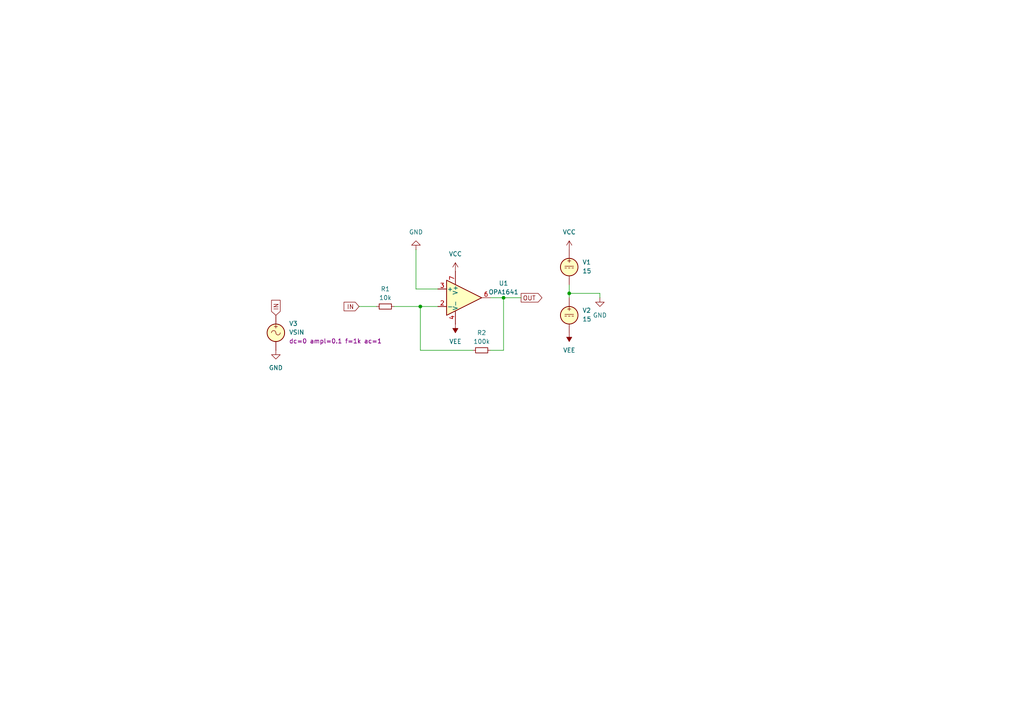
<source format=kicad_sch>
(kicad_sch (version 20231120) (generator "eeschema") (generator_version "8.0")
  (paper "A4")
  (lib_symbols
    (symbol "Amplifier_Operational:OPA1641" (pin_names (offset 0.127))
      (property "Reference" "U" (at 3.81 3.81 0))
      (property "Value" "OPA1641" (at 3.81 -3.81 0))
      (symbol "OPA1641_0_1"
        (polyline (pts (xy 5.08 0) (xy -5.08 5.08) (xy -5.08 -5.08) (xy 5.08 0)) (stroke (width 0.254)) (fill (type background)))
      )
      (symbol "OPA1641_1_1"
        (pin no_connect line (at -2.54 -2.54 90) (length 2.54) hide (name "NC") (number "1"))
        (pin input line (at -7.62 -2.54 0) (length 2.54) (name "-") (number "2"))
        (pin input line (at -7.62 2.54 0) (length 2.54) (name "+") (number "3"))
        (pin power_in line (at -2.54 -7.62 90) (length 3.81) (name "V-") (number "4"))
        (pin no_connect line (at 0 -2.54 90) (length 2.54) hide (name "NC") (number "5"))
        (pin output line (at 7.62 0 180) (length 2.54) (name "~") (number "6"))
        (pin power_in line (at -2.54 7.62 270) (length 3.81) (name "V+") (number "7"))
        (pin no_connect line (at -5.08 -2.54 90) (length 2.54) hide (name "NC") (number "8"))
      )
    )
    (symbol "Device:R_Small" (pin_numbers hide) (pin_names (offset 0.254) hide)
      (property "Reference" "R" (at 0.762 0.508 0))
      (property "Value" "R_Small" (at 0.762 -1.016 0))
      (symbol "R_Small_0_1"
        (rectangle (start -0.762 1.778) (end 0.762 -1.778) (stroke (width 0.2032)))
      )
      (symbol "R_Small_1_1"
        (pin passive line (at 0 2.54 270) (length 0.762) (name "~") (number "1"))
        (pin passive line (at 0 -2.54 90) (length 0.762) (name "~") (number "2"))
      )
    )
    (symbol "Simulation_SPICE:VDC" (pin_numbers hide) (pin_names (offset 0.0254))
      (property "Reference" "V" (at 2.54 2.54 0))
      (property "Value" "1" (at 2.54 0 0))
      (symbol "VDC_0_0"
        (polyline (pts (xy -1.27 0.254) (xy 1.27 0.254)))
        (polyline (pts (xy -0.762 -0.254) (xy -1.27 -0.254)))
        (polyline (pts (xy 0.254 -0.254) (xy -0.254 -0.254)))
        (polyline (pts (xy 1.27 -0.254) (xy 0.762 -0.254)))
        (text "+" (at 0 1.905 0) (effects (font (size 1.27 1.27))))
      )
      (symbol "VDC_0_1"
        (circle (center 0 0) (radius 2.54) (stroke (width 0.254)) (fill (type background)))
      )
      (symbol "VDC_1_1"
        (pin passive line (at 0 5.08 270) (length 2.54) (name "~") (number "1"))
        (pin passive line (at 0 -5.08 90) (length 2.54) (name "~") (number "2"))
      )
    )
    (symbol "Simulation_SPICE:VSIN" (pin_numbers hide) (pin_names (offset 0.0254))
      (property "Reference" "V" (at 2.54 2.54 0))
      (property "Value" "VSIN" (at 2.54 0 0))
      (property "Sim.Params" "dc=0 ampl=1 f=1k ac=1" (at 2.54 -2.54 0))
      (symbol "VSIN_0_0"
        (arc (start 0 0) (mid -0.635 0.6323) (end -1.27 0))
        (arc (start 0 0) (mid 0.635 -0.6323) (end 1.27 0))
        (text "+" (at 0 1.905 0) (effects (font (size 1.27 1.27))))
      )
      (symbol "VSIN_0_1"
        (circle (center 0 0) (radius 2.54) (stroke (width 0.254)) (fill (type background)))
      )
      (symbol "VSIN_1_1"
        (pin passive line (at 0 5.08 270) (length 2.54) (name "~") (number "1"))
        (pin passive line (at 0 -5.08 90) (length 2.54) (name "~") (number "2"))
      )
    )
    (symbol "power:GND" (power) (pin_numbers hide) (pin_names (offset 0) hide)
      (property "Value" "GND" (at 0 -3.81 0))
      (symbol "GND_0_1"
        (polyline (pts (xy 0 0) (xy 0 -1.27) (xy 1.27 -1.27) (xy 0 -2.54) (xy -1.27 -1.27) (xy 0 -1.27)))
      )
      (symbol "GND_1_1"
        (pin power_in line (at 0 0 270) (length 0) (name "~") (number "1"))
      )
    )
    (symbol "power:VCC" (power) (pin_numbers hide) (pin_names (offset 0) hide)
      (property "Value" "VCC" (at 0 3.556 0))
      (symbol "VCC_0_1"
        (polyline (pts (xy -0.762 1.27) (xy 0 2.54)))
        (polyline (pts (xy 0 0) (xy 0 2.54)))
        (polyline (pts (xy 0 2.54) (xy 0.762 1.27)))
      )
      (symbol "VCC_1_1"
        (pin power_in line (at 0 0 90) (length 0) (name "~") (number "1"))
      )
    )
    (symbol "power:VEE" (power) (pin_numbers hide) (pin_names (offset 0) hide)
      (property "Value" "VEE" (at 0 3.556 0))
      (symbol "VEE_0_1"
        (polyline (pts (xy 0 0) (xy 0 2.54)))
        (polyline (pts (xy 0.762 1.27) (xy -0.762 1.27) (xy 0 2.54) (xy 0.762 1.27)) (fill (type outline)))
      )
      (symbol "VEE_1_1"
        (pin power_in line (at 0 0 90) (length 0) (name "~") (number "1"))
      )
    )
  )
  (junction (at 121.92 88.9))
  (junction (at 165.1 85.09))
  (junction (at 146.05 86.36))
  (wire (pts (xy 121.92 88.9) (xy 127 88.9)))
  (wire (pts (xy 173.99 86.36) (xy 173.99 85.09)))
  (wire (pts (xy 127 83.82) (xy 120.65 83.82)))
  (wire (pts (xy 114.3 88.9) (xy 121.92 88.9)))
  (wire (pts (xy 137.16 101.6) (xy 121.92 101.6)))
  (wire (pts (xy 142.24 101.6) (xy 146.05 101.6)))
  (wire (pts (xy 165.1 85.09) (xy 165.1 86.36)))
  (wire (pts (xy 146.05 86.36) (xy 151.13 86.36)))
  (wire (pts (xy 146.05 86.36) (xy 142.24 86.36)))
  (wire (pts (xy 121.92 101.6) (xy 121.92 88.9)))
  (wire (pts (xy 104.14 88.9) (xy 109.22 88.9)))
  (wire (pts (xy 146.05 101.6) (xy 146.05 86.36)))
  (wire (pts (xy 120.65 83.82) (xy 120.65 72.39)))
  (wire (pts (xy 173.99 85.09) (xy 165.1 85.09)))
  (wire (pts (xy 165.1 82.55) (xy 165.1 85.09)))
  (global_label "IN" (shape input) (at 80.01 91.44 90) (property "Intersheetrefs" "${INTERSHEET_REFS}" (effects (hide yes))))
  (global_label "IN" (shape input) (at 104.14 88.9 180) (property "Intersheetrefs" "${INTERSHEET_REFS}" (effects (hide yes))))
  (global_label "OUT" (shape output) (at 151.13 86.36 0) (property "Intersheetrefs" "${INTERSHEET_REFS}" (effects (hide yes))))
  (symbol (lib_id "Simulation_SPICE:VDC") (at 165.1 77.47 0) (unit 1)
    (property "Reference" "V1" (at 168.91 76.0701 0) (effects (justify left)))
    (property "Value" "15" (at 168.91 78.6101 0) (effects (justify left)))
    (property "Datasheet" "https://ngspice.sourceforge.io/docs/ngspice-html-manual/manual.xhtml#sec_Independent_Sources_for" (effects (hide yes)))
    (property "Description" "Voltage source, DC" (effects (hide yes)))
    (property "Sim.Pins" "1=+ 2=-" (effects (hide yes)))
    (property "Sim.Type" "DC" (effects (hide yes)))
    (property "Sim.Device" "V" (effects (hide yes)))
  )
  (symbol (lib_id "Device:R_Small") (at 111.76 88.9 90) (unit 1)
    (property "Reference" "R1" (at 111.76 83.82 90))
    (property "Value" "10k" (at 111.76 86.36 90))
    (property "Description" "Resistor, small symbol" (effects (hide yes)))
  )
  (symbol (lib_id "Simulation_SPICE:VDC") (at 165.1 91.44 0) (unit 1)
    (property "Reference" "V2" (at 168.91 90.0401 0) (effects (justify left)))
    (property "Value" "15" (at 168.91 92.5801 0) (effects (justify left)))
    (property "Datasheet" "https://ngspice.sourceforge.io/docs/ngspice-html-manual/manual.xhtml#sec_Independent_Sources_for" (effects (hide yes)))
    (property "Description" "Voltage source, DC" (effects (hide yes)))
    (property "Sim.Pins" "1=+ 2=-" (effects (hide yes)))
    (property "Sim.Type" "DC" (effects (hide yes)))
    (property "Sim.Device" "V" (effects (hide yes)))
  )
  (symbol (lib_id "power:VEE") (at 132.08 93.98 180) (unit 1)
    (property "Reference" "#PWR03" (effects (hide yes)))
    (property "Value" "VEE" (at 132.08 99.06 0))
    (property "Description" "Power symbol creates a global label with name \"VEE\"" (effects (hide yes)))
  )
  (symbol (lib_id "power:VCC") (at 132.08 78.74 0) (unit 1)
    (property "Reference" "#PWR02" (effects (hide yes)))
    (property "Value" "VCC" (at 132.08 73.66 0))
    (property "Description" "Power symbol creates a global label with name \"VCC\"" (effects (hide yes)))
  )
  (symbol (lib_id "power:GND") (at 80.01 101.6 0) (unit 1)
    (property "Reference" "#PWR07" (effects (hide yes)))
    (property "Value" "GND" (at 80.01 106.68 0))
    (property "Description" "Power symbol creates a global label with name \"GND\" , ground" (effects (hide yes)))
  )
  (symbol (lib_id "Device:R_Small") (at 139.7 101.6 270) (unit 1)
    (property "Reference" "R2" (at 139.7 96.52 90))
    (property "Value" "100k" (at 139.7 99.06 90))
    (property "Description" "Resistor, small symbol" (effects (hide yes)))
  )
  (symbol (lib_id "power:VEE") (at 165.1 96.52 180) (unit 1)
    (property "Reference" "#PWR05" (effects (hide yes)))
    (property "Value" "VEE" (at 165.1 101.6 0))
    (property "Description" "Power symbol creates a global label with name \"VEE\"" (effects (hide yes)))
  )
  (symbol (lib_id "Simulation_SPICE:VSIN") (at 80.01 96.52 0) (unit 1)
    (property "Reference" "V3" (at 83.82 93.8501 0) (effects (justify left)))
    (property "Value" "VSIN" (at 83.82 96.3901 0) (effects (justify left)))
    (property "Datasheet" "https://ngspice.sourceforge.io/docs/ngspice-html-manual/manual.xhtml#sec_Independent_Sources_for" (effects (hide yes)))
    (property "Description" "Voltage source, sinusoidal" (effects (hide yes)))
    (property "Sim.Pins" "1=+ 2=-" (effects (hide yes)))
    (property "Sim.Params" "dc=0 ampl=0.1 f=1k ac=1" (at 83.82 98.9301 0) (effects (justify left)))
    (property "Sim.Type" "SIN" (effects (hide yes)))
    (property "Sim.Device" "V" (effects (hide yes)))
  )
  (symbol (lib_id "power:VCC") (at 165.1 72.39 0) (unit 1)
    (property "Reference" "#PWR04" (effects (hide yes)))
    (property "Value" "VCC" (at 165.1 67.31 0))
    (property "Description" "Power symbol creates a global label with name \"VCC\"" (effects (hide yes)))
  )
  (symbol (lib_id "power:GND") (at 120.65 72.39 180) (unit 1)
    (property "Reference" "#PWR01" (effects (hide yes)))
    (property "Value" "GND" (at 120.65 67.31 0))
    (property "Description" "Power symbol creates a global label with name \"GND\" , ground" (effects (hide yes)))
  )
  (symbol (lib_id "power:GND") (at 173.99 86.36 0) (unit 1)
    (property "Reference" "#PWR06" (effects (hide yes)))
    (property "Value" "GND" (at 173.99 91.44 0))
    (property "Description" "Power symbol creates a global label with name \"GND\" , ground" (effects (hide yes)))
  )
  (symbol (lib_id "Amplifier_Operational:OPA1641") (at 134.62 86.36 0) (unit 1)
    (property "Reference" "U1" (at 146.05 82.169 0))
    (property "Value" "OPA1641" (at 146.05 84.709 0))
    (property "Datasheet" "http://www.ti.com/lit/ds/symlink/opa1641.pdf" (effects (hide yes)))
    (property "Description" " JFET input, ultralow distortion, low-noise operational amplifier, SOIC-8/VSSOP-8" (effects (hide yes)))
    (property "Sim.Library" "OPA164x.LIB" (effects (hide yes)))
    (property "Sim.Name" "OPA164x" (effects (hide yes)))
    (property "Sim.Device" "SUBCKT" (effects (hide yes)))
    (property "Sim.Pins" "2=IN- 3=IN+ 4=VEE 6=OUT 7=VCC" (effects (hide yes)))
  )
)
</source>
